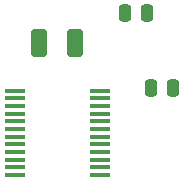
<source format=gtp>
%TF.GenerationSoftware,KiCad,Pcbnew,7.0.5*%
%TF.CreationDate,2023-06-02T21:27:16+04:00*%
%TF.ProjectId,Line Follower PID,4c696e65-2046-46f6-9c6c-6f7765722050,rev?*%
%TF.SameCoordinates,Original*%
%TF.FileFunction,Paste,Top*%
%TF.FilePolarity,Positive*%
%FSLAX46Y46*%
G04 Gerber Fmt 4.6, Leading zero omitted, Abs format (unit mm)*
G04 Created by KiCad (PCBNEW 7.0.5) date 2023-06-02 21:27:16*
%MOMM*%
%LPD*%
G01*
G04 APERTURE LIST*
G04 Aperture macros list*
%AMRoundRect*
0 Rectangle with rounded corners*
0 $1 Rounding radius*
0 $2 $3 $4 $5 $6 $7 $8 $9 X,Y pos of 4 corners*
0 Add a 4 corners polygon primitive as box body*
4,1,4,$2,$3,$4,$5,$6,$7,$8,$9,$2,$3,0*
0 Add four circle primitives for the rounded corners*
1,1,$1+$1,$2,$3*
1,1,$1+$1,$4,$5*
1,1,$1+$1,$6,$7*
1,1,$1+$1,$8,$9*
0 Add four rect primitives between the rounded corners*
20,1,$1+$1,$2,$3,$4,$5,0*
20,1,$1+$1,$4,$5,$6,$7,0*
20,1,$1+$1,$6,$7,$8,$9,0*
20,1,$1+$1,$8,$9,$2,$3,0*%
G04 Aperture macros list end*
%ADD10R,1.750000X0.450000*%
%ADD11RoundRect,0.250000X0.412500X0.925000X-0.412500X0.925000X-0.412500X-0.925000X0.412500X-0.925000X0*%
%ADD12RoundRect,0.250000X-0.250000X-0.475000X0.250000X-0.475000X0.250000X0.475000X-0.250000X0.475000X0*%
%ADD13RoundRect,0.250000X0.250000X0.475000X-0.250000X0.475000X-0.250000X-0.475000X0.250000X-0.475000X0*%
G04 APERTURE END LIST*
D10*
%TO.C,U2*%
X146260000Y-100565000D03*
X146260000Y-101215000D03*
X146260000Y-101865000D03*
X146260000Y-102515000D03*
X146260000Y-103165000D03*
X146260000Y-103815000D03*
X146260000Y-104465000D03*
X146260000Y-105115000D03*
X146260000Y-105765000D03*
X146260000Y-106415000D03*
X146260000Y-107065000D03*
X146260000Y-107715000D03*
X153460000Y-107715000D03*
X153460000Y-107065000D03*
X153460000Y-106415000D03*
X153460000Y-105765000D03*
X153460000Y-105115000D03*
X153460000Y-104465000D03*
X153460000Y-103815000D03*
X153460000Y-103165000D03*
X153460000Y-102515000D03*
X153460000Y-101865000D03*
X153460000Y-101215000D03*
X153460000Y-100565000D03*
%TD*%
D11*
%TO.C,C3*%
X151397500Y-96520000D03*
X148322500Y-96520000D03*
%TD*%
D12*
%TO.C,C1*%
X157800000Y-100330000D03*
X159700000Y-100330000D03*
%TD*%
D13*
%TO.C,C2*%
X157480000Y-93980000D03*
X155580000Y-93980000D03*
%TD*%
M02*

</source>
